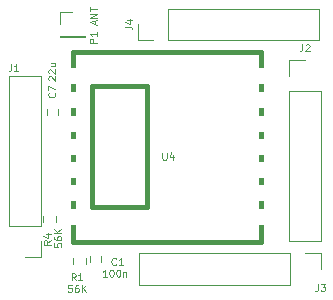
<source format=gto>
G04 #@! TF.GenerationSoftware,KiCad,Pcbnew,no-vcs-found-44b118f~58~ubuntu16.04.1*
G04 #@! TF.CreationDate,2017-06-12T14:47:39+03:00*
G04 #@! TF.ProjectId,minimal_node_rfm69w,6D696E696D616C5F6E6F64655F72666D,rev?*
G04 #@! TF.FileFunction,Legend,Top*
G04 #@! TF.FilePolarity,Positive*
%FSLAX46Y46*%
G04 Gerber Fmt 4.6, Leading zero omitted, Abs format (unit mm)*
G04 Created by KiCad (PCBNEW no-vcs-found-44b118f~58~ubuntu16.04.1) date Mon Jun 12 14:47:39 2017*
%MOMM*%
%LPD*%
G01*
G04 APERTURE LIST*
%ADD10C,0.100000*%
%ADD11C,0.120000*%
%ADD12C,0.381000*%
%ADD13R,1.350000X1.350000*%
%ADD14R,0.500000X0.600000*%
%ADD15R,1.700000X1.700000*%
%ADD16O,1.700000X1.700000*%
%ADD17R,0.600000X0.400000*%
%ADD18R,1.998980X1.399540*%
G04 APERTURE END LIST*
D10*
D11*
X140140000Y-51300000D02*
X140140000Y-51360000D01*
X140140000Y-51360000D02*
X142260000Y-51360000D01*
X142260000Y-51360000D02*
X142260000Y-51300000D01*
X142260000Y-51300000D02*
X140140000Y-51300000D01*
X140140000Y-50300000D02*
X140140000Y-49240000D01*
X140140000Y-49240000D02*
X141200000Y-49240000D01*
X142730000Y-69950000D02*
X142730000Y-70450000D01*
X143670000Y-70450000D02*
X143670000Y-69950000D01*
X139030000Y-57450000D02*
X139030000Y-57950000D01*
X139970000Y-57950000D02*
X139970000Y-57450000D01*
X138530000Y-67410000D02*
X138530000Y-54650000D01*
X138530000Y-54650000D02*
X135870000Y-54650000D01*
X135870000Y-54650000D02*
X135870000Y-67410000D01*
X135870000Y-67410000D02*
X138530000Y-67410000D01*
X138530000Y-68680000D02*
X138530000Y-70010000D01*
X138530000Y-70010000D02*
X137200000Y-70010000D01*
X159570000Y-55910000D02*
X159570000Y-68670000D01*
X159570000Y-68670000D02*
X162230000Y-68670000D01*
X162230000Y-68670000D02*
X162230000Y-55910000D01*
X162230000Y-55910000D02*
X159570000Y-55910000D01*
X159570000Y-54640000D02*
X159570000Y-53310000D01*
X159570000Y-53310000D02*
X160900000Y-53310000D01*
X162250000Y-69670000D02*
X162250000Y-71000000D01*
X160920000Y-69670000D02*
X162250000Y-69670000D01*
X159650000Y-72330000D02*
X159650000Y-69670000D01*
X146890000Y-72330000D02*
X159650000Y-72330000D01*
X146890000Y-69670000D02*
X146890000Y-72330000D01*
X159650000Y-69670000D02*
X146890000Y-69670000D01*
X146750000Y-51630000D02*
X146750000Y-50300000D01*
X148080000Y-51630000D02*
X146750000Y-51630000D01*
X149350000Y-48970000D02*
X149350000Y-51630000D01*
X162110000Y-48970000D02*
X149350000Y-48970000D01*
X162110000Y-51630000D02*
X162110000Y-48970000D01*
X149350000Y-51630000D02*
X162110000Y-51630000D01*
X141270000Y-70050000D02*
X141270000Y-70550000D01*
X142330000Y-70550000D02*
X142330000Y-70050000D01*
X139830000Y-67050000D02*
X139830000Y-66550000D01*
X138770000Y-66550000D02*
X138770000Y-67050000D01*
D12*
X142898485Y-65747983D02*
X142898485Y-55547343D01*
X142898485Y-55547343D02*
X147498425Y-55547343D01*
X147498425Y-55547343D02*
X147498425Y-65747983D01*
X147498425Y-65747983D02*
X142898485Y-65747983D01*
X141247485Y-52598403D02*
X157147885Y-52598403D01*
X157147885Y-52598403D02*
X157198685Y-68696923D01*
X157198685Y-68696923D02*
X141247485Y-68696923D01*
X141247485Y-68696923D02*
X141247485Y-52598403D01*
D11*
X143271428Y-51842857D02*
X142671428Y-51842857D01*
X142671428Y-51614285D01*
X142700000Y-51557142D01*
X142728571Y-51528571D01*
X142785714Y-51500000D01*
X142871428Y-51500000D01*
X142928571Y-51528571D01*
X142957142Y-51557142D01*
X142985714Y-51614285D01*
X142985714Y-51842857D01*
X143271428Y-50928571D02*
X143271428Y-51271428D01*
X143271428Y-51100000D02*
X142671428Y-51100000D01*
X142757142Y-51157142D01*
X142814285Y-51214285D01*
X142842857Y-51271428D01*
X143100000Y-50285714D02*
X143100000Y-50000000D01*
X143271428Y-50342857D02*
X142671428Y-50142857D01*
X143271428Y-49942857D01*
X143271428Y-49742857D02*
X142671428Y-49742857D01*
X143271428Y-49400000D01*
X142671428Y-49400000D01*
X142671428Y-49200000D02*
X142671428Y-48857142D01*
X143271428Y-49028571D02*
X142671428Y-49028571D01*
X144900000Y-70614285D02*
X144871428Y-70642857D01*
X144785714Y-70671428D01*
X144728571Y-70671428D01*
X144642857Y-70642857D01*
X144585714Y-70585714D01*
X144557142Y-70528571D01*
X144528571Y-70414285D01*
X144528571Y-70328571D01*
X144557142Y-70214285D01*
X144585714Y-70157142D01*
X144642857Y-70100000D01*
X144728571Y-70071428D01*
X144785714Y-70071428D01*
X144871428Y-70100000D01*
X144900000Y-70128571D01*
X145471428Y-70671428D02*
X145128571Y-70671428D01*
X145300000Y-70671428D02*
X145300000Y-70071428D01*
X145242857Y-70157142D01*
X145185714Y-70214285D01*
X145128571Y-70242857D01*
X144128571Y-71671428D02*
X143785714Y-71671428D01*
X143957142Y-71671428D02*
X143957142Y-71071428D01*
X143900000Y-71157142D01*
X143842857Y-71214285D01*
X143785714Y-71242857D01*
X144500000Y-71071428D02*
X144557142Y-71071428D01*
X144614285Y-71100000D01*
X144642857Y-71128571D01*
X144671428Y-71185714D01*
X144700000Y-71300000D01*
X144700000Y-71442857D01*
X144671428Y-71557142D01*
X144642857Y-71614285D01*
X144614285Y-71642857D01*
X144557142Y-71671428D01*
X144500000Y-71671428D01*
X144442857Y-71642857D01*
X144414285Y-71614285D01*
X144385714Y-71557142D01*
X144357142Y-71442857D01*
X144357142Y-71300000D01*
X144385714Y-71185714D01*
X144414285Y-71128571D01*
X144442857Y-71100000D01*
X144500000Y-71071428D01*
X145071428Y-71071428D02*
X145128571Y-71071428D01*
X145185714Y-71100000D01*
X145214285Y-71128571D01*
X145242857Y-71185714D01*
X145271428Y-71300000D01*
X145271428Y-71442857D01*
X145242857Y-71557142D01*
X145214285Y-71614285D01*
X145185714Y-71642857D01*
X145128571Y-71671428D01*
X145071428Y-71671428D01*
X145014285Y-71642857D01*
X144985714Y-71614285D01*
X144957142Y-71557142D01*
X144928571Y-71442857D01*
X144928571Y-71300000D01*
X144957142Y-71185714D01*
X144985714Y-71128571D01*
X145014285Y-71100000D01*
X145071428Y-71071428D01*
X145528571Y-71271428D02*
X145528571Y-71671428D01*
X145528571Y-71328571D02*
X145557142Y-71300000D01*
X145614285Y-71271428D01*
X145700000Y-71271428D01*
X145757142Y-71300000D01*
X145785714Y-71357142D01*
X145785714Y-71671428D01*
X139714285Y-56100000D02*
X139742857Y-56128571D01*
X139771428Y-56214285D01*
X139771428Y-56271428D01*
X139742857Y-56357142D01*
X139685714Y-56414285D01*
X139628571Y-56442857D01*
X139514285Y-56471428D01*
X139428571Y-56471428D01*
X139314285Y-56442857D01*
X139257142Y-56414285D01*
X139200000Y-56357142D01*
X139171428Y-56271428D01*
X139171428Y-56214285D01*
X139200000Y-56128571D01*
X139228571Y-56100000D01*
X139171428Y-55900000D02*
X139171428Y-55500000D01*
X139771428Y-55757142D01*
X139228571Y-55028571D02*
X139200000Y-55000000D01*
X139171428Y-54942857D01*
X139171428Y-54800000D01*
X139200000Y-54742857D01*
X139228571Y-54714285D01*
X139285714Y-54685714D01*
X139342857Y-54685714D01*
X139428571Y-54714285D01*
X139771428Y-55057142D01*
X139771428Y-54685714D01*
X139228571Y-54457142D02*
X139200000Y-54428571D01*
X139171428Y-54371428D01*
X139171428Y-54228571D01*
X139200000Y-54171428D01*
X139228571Y-54142857D01*
X139285714Y-54114285D01*
X139342857Y-54114285D01*
X139428571Y-54142857D01*
X139771428Y-54485714D01*
X139771428Y-54114285D01*
X139371428Y-53600000D02*
X139771428Y-53600000D01*
X139371428Y-53857142D02*
X139685714Y-53857142D01*
X139742857Y-53828571D01*
X139771428Y-53771428D01*
X139771428Y-53685714D01*
X139742857Y-53628571D01*
X139714285Y-53600000D01*
X136050000Y-53671428D02*
X136050000Y-54100000D01*
X136021428Y-54185714D01*
X135964285Y-54242857D01*
X135878571Y-54271428D01*
X135821428Y-54271428D01*
X136650000Y-54271428D02*
X136307142Y-54271428D01*
X136478571Y-54271428D02*
X136478571Y-53671428D01*
X136421428Y-53757142D01*
X136364285Y-53814285D01*
X136307142Y-53842857D01*
X160700000Y-51981428D02*
X160700000Y-52410000D01*
X160671428Y-52495714D01*
X160614285Y-52552857D01*
X160528571Y-52581428D01*
X160471428Y-52581428D01*
X160957142Y-52038571D02*
X160985714Y-52010000D01*
X161042857Y-51981428D01*
X161185714Y-51981428D01*
X161242857Y-52010000D01*
X161271428Y-52038571D01*
X161300000Y-52095714D01*
X161300000Y-52152857D01*
X161271428Y-52238571D01*
X160928571Y-52581428D01*
X161300000Y-52581428D01*
X162000000Y-72271428D02*
X162000000Y-72700000D01*
X161971428Y-72785714D01*
X161914285Y-72842857D01*
X161828571Y-72871428D01*
X161771428Y-72871428D01*
X162228571Y-72271428D02*
X162600000Y-72271428D01*
X162400000Y-72500000D01*
X162485714Y-72500000D01*
X162542857Y-72528571D01*
X162571428Y-72557142D01*
X162600000Y-72614285D01*
X162600000Y-72757142D01*
X162571428Y-72814285D01*
X162542857Y-72842857D01*
X162485714Y-72871428D01*
X162314285Y-72871428D01*
X162257142Y-72842857D01*
X162228571Y-72814285D01*
X145671428Y-50500000D02*
X146100000Y-50500000D01*
X146185714Y-50528571D01*
X146242857Y-50585714D01*
X146271428Y-50671428D01*
X146271428Y-50728571D01*
X145871428Y-49957142D02*
X146271428Y-49957142D01*
X145642857Y-50100000D02*
X146071428Y-50242857D01*
X146071428Y-49871428D01*
X141500000Y-71971428D02*
X141300000Y-71685714D01*
X141157142Y-71971428D02*
X141157142Y-71371428D01*
X141385714Y-71371428D01*
X141442857Y-71400000D01*
X141471428Y-71428571D01*
X141500000Y-71485714D01*
X141500000Y-71571428D01*
X141471428Y-71628571D01*
X141442857Y-71657142D01*
X141385714Y-71685714D01*
X141157142Y-71685714D01*
X142071428Y-71971428D02*
X141728571Y-71971428D01*
X141900000Y-71971428D02*
X141900000Y-71371428D01*
X141842857Y-71457142D01*
X141785714Y-71514285D01*
X141728571Y-71542857D01*
X141157142Y-72371428D02*
X140871428Y-72371428D01*
X140842857Y-72657142D01*
X140871428Y-72628571D01*
X140928571Y-72600000D01*
X141071428Y-72600000D01*
X141128571Y-72628571D01*
X141157142Y-72657142D01*
X141185714Y-72714285D01*
X141185714Y-72857142D01*
X141157142Y-72914285D01*
X141128571Y-72942857D01*
X141071428Y-72971428D01*
X140928571Y-72971428D01*
X140871428Y-72942857D01*
X140842857Y-72914285D01*
X141700000Y-72371428D02*
X141585714Y-72371428D01*
X141528571Y-72400000D01*
X141500000Y-72428571D01*
X141442857Y-72514285D01*
X141414285Y-72628571D01*
X141414285Y-72857142D01*
X141442857Y-72914285D01*
X141471428Y-72942857D01*
X141528571Y-72971428D01*
X141642857Y-72971428D01*
X141700000Y-72942857D01*
X141728571Y-72914285D01*
X141757142Y-72857142D01*
X141757142Y-72714285D01*
X141728571Y-72657142D01*
X141700000Y-72628571D01*
X141642857Y-72600000D01*
X141528571Y-72600000D01*
X141471428Y-72628571D01*
X141442857Y-72657142D01*
X141414285Y-72714285D01*
X142014285Y-72971428D02*
X142014285Y-72371428D01*
X142357142Y-72971428D02*
X142100000Y-72628571D01*
X142357142Y-72371428D02*
X142014285Y-72714285D01*
X139371428Y-68600000D02*
X139085714Y-68800000D01*
X139371428Y-68942857D02*
X138771428Y-68942857D01*
X138771428Y-68714285D01*
X138800000Y-68657142D01*
X138828571Y-68628571D01*
X138885714Y-68600000D01*
X138971428Y-68600000D01*
X139028571Y-68628571D01*
X139057142Y-68657142D01*
X139085714Y-68714285D01*
X139085714Y-68942857D01*
X138971428Y-68085714D02*
X139371428Y-68085714D01*
X138742857Y-68228571D02*
X139171428Y-68371428D01*
X139171428Y-68000000D01*
X139671428Y-68842857D02*
X139671428Y-69128571D01*
X139957142Y-69157142D01*
X139928571Y-69128571D01*
X139900000Y-69071428D01*
X139900000Y-68928571D01*
X139928571Y-68871428D01*
X139957142Y-68842857D01*
X140014285Y-68814285D01*
X140157142Y-68814285D01*
X140214285Y-68842857D01*
X140242857Y-68871428D01*
X140271428Y-68928571D01*
X140271428Y-69071428D01*
X140242857Y-69128571D01*
X140214285Y-69157142D01*
X139671428Y-68300000D02*
X139671428Y-68414285D01*
X139700000Y-68471428D01*
X139728571Y-68500000D01*
X139814285Y-68557142D01*
X139928571Y-68585714D01*
X140157142Y-68585714D01*
X140214285Y-68557142D01*
X140242857Y-68528571D01*
X140271428Y-68471428D01*
X140271428Y-68357142D01*
X140242857Y-68300000D01*
X140214285Y-68271428D01*
X140157142Y-68242857D01*
X140014285Y-68242857D01*
X139957142Y-68271428D01*
X139928571Y-68300000D01*
X139900000Y-68357142D01*
X139900000Y-68471428D01*
X139928571Y-68528571D01*
X139957142Y-68557142D01*
X140014285Y-68585714D01*
X140271428Y-67985714D02*
X139671428Y-67985714D01*
X140271428Y-67642857D02*
X139928571Y-67900000D01*
X139671428Y-67642857D02*
X140014285Y-67985714D01*
X148842857Y-61171428D02*
X148842857Y-61657142D01*
X148871428Y-61714285D01*
X148900000Y-61742857D01*
X148957142Y-61771428D01*
X149071428Y-61771428D01*
X149128571Y-61742857D01*
X149157142Y-61714285D01*
X149185714Y-61657142D01*
X149185714Y-61171428D01*
X149728571Y-61371428D02*
X149728571Y-61771428D01*
X149585714Y-61142857D02*
X149442857Y-61571428D01*
X149814285Y-61571428D01*
%LPC*%
D13*
X141200000Y-50300000D03*
D14*
X143200000Y-70750000D03*
X143200000Y-69650000D03*
X139500000Y-58250000D03*
X139500000Y-57150000D03*
D15*
X137200000Y-68680000D03*
D16*
X137200000Y-66140000D03*
X137200000Y-63600000D03*
X137200000Y-61060000D03*
X137200000Y-58520000D03*
X137200000Y-55980000D03*
D15*
X160900000Y-54640000D03*
D16*
X160900000Y-57180000D03*
X160900000Y-59720000D03*
X160900000Y-62260000D03*
X160900000Y-64800000D03*
X160900000Y-67340000D03*
X148220000Y-71000000D03*
X150760000Y-71000000D03*
X153300000Y-71000000D03*
X155840000Y-71000000D03*
X158380000Y-71000000D03*
D15*
X160920000Y-71000000D03*
D16*
X160780000Y-50300000D03*
X158240000Y-50300000D03*
X155700000Y-50300000D03*
X153160000Y-50300000D03*
X150620000Y-50300000D03*
D15*
X148080000Y-50300000D03*
D17*
X141800000Y-70750000D03*
X141800000Y-69850000D03*
X139300000Y-66350000D03*
X139300000Y-67250000D03*
D18*
X141247485Y-54696443D03*
X141219545Y-56697963D03*
X141219545Y-58696943D03*
X141219545Y-60647663D03*
X141219545Y-62598383D03*
X141219545Y-64597363D03*
X141219545Y-66598883D03*
X157119945Y-66598883D03*
X157119945Y-64597363D03*
X157119945Y-62598383D03*
X157119945Y-60647663D03*
X157119945Y-58696943D03*
X157119945Y-56697963D03*
X157119945Y-54696443D03*
M02*

</source>
